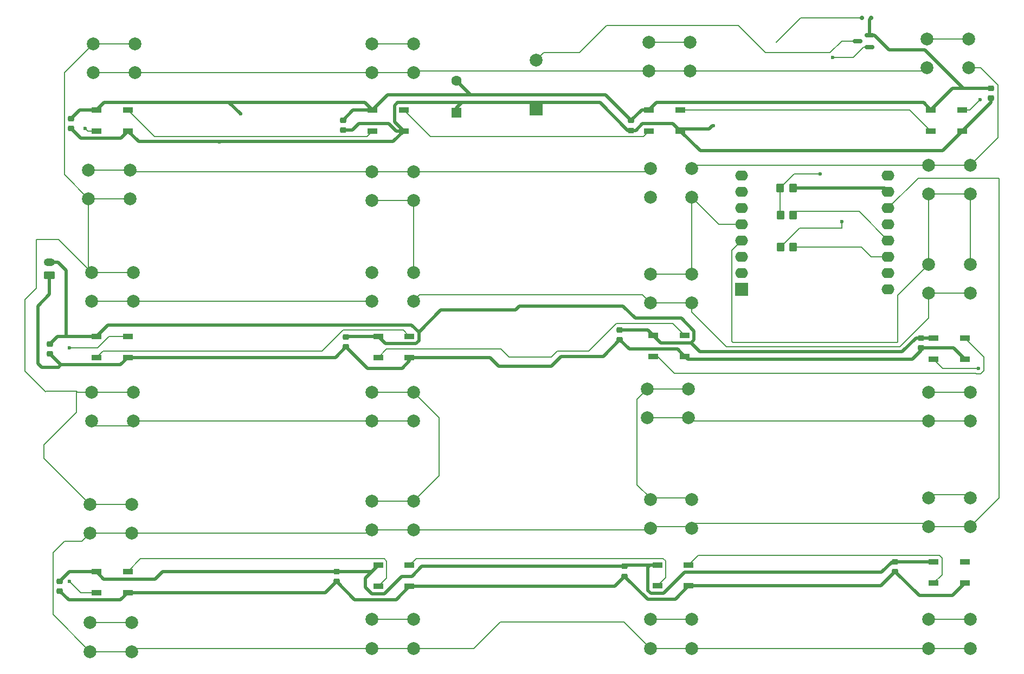
<source format=gbr>
%TF.GenerationSoftware,KiCad,Pcbnew,9.0.3-9.0.3-0~ubuntu24.04.1*%
%TF.CreationDate,2025-09-29T22:24:14+02:00*%
%TF.ProjectId,ColorMemo,436f6c6f-724d-4656-9d6f-2e6b69636164,rev?*%
%TF.SameCoordinates,Original*%
%TF.FileFunction,Copper,L1,Top*%
%TF.FilePolarity,Positive*%
%FSLAX46Y46*%
G04 Gerber Fmt 4.6, Leading zero omitted, Abs format (unit mm)*
G04 Created by KiCad (PCBNEW 9.0.3-9.0.3-0~ubuntu24.04.1) date 2025-09-29 22:24:14*
%MOMM*%
%LPD*%
G01*
G04 APERTURE LIST*
G04 Aperture macros list*
%AMRoundRect*
0 Rectangle with rounded corners*
0 $1 Rounding radius*
0 $2 $3 $4 $5 $6 $7 $8 $9 X,Y pos of 4 corners*
0 Add a 4 corners polygon primitive as box body*
4,1,4,$2,$3,$4,$5,$6,$7,$8,$9,$2,$3,0*
0 Add four circle primitives for the rounded corners*
1,1,$1+$1,$2,$3*
1,1,$1+$1,$4,$5*
1,1,$1+$1,$6,$7*
1,1,$1+$1,$8,$9*
0 Add four rect primitives between the rounded corners*
20,1,$1+$1,$2,$3,$4,$5,0*
20,1,$1+$1,$4,$5,$6,$7,0*
20,1,$1+$1,$6,$7,$8,$9,0*
20,1,$1+$1,$8,$9,$2,$3,0*%
G04 Aperture macros list end*
%TA.AperFunction,ComponentPad*%
%ADD10RoundRect,0.250000X0.625000X-0.350000X0.625000X0.350000X-0.625000X0.350000X-0.625000X-0.350000X0*%
%TD*%
%TA.AperFunction,ComponentPad*%
%ADD11O,1.750000X1.200000*%
%TD*%
%TA.AperFunction,SMDPad,CuDef*%
%ADD12RoundRect,0.090000X0.660000X0.360000X-0.660000X0.360000X-0.660000X-0.360000X0.660000X-0.360000X0*%
%TD*%
%TA.AperFunction,ComponentPad*%
%ADD13C,2.000000*%
%TD*%
%TA.AperFunction,SMDPad,CuDef*%
%ADD14RoundRect,0.225000X0.250000X-0.225000X0.250000X0.225000X-0.250000X0.225000X-0.250000X-0.225000X0*%
%TD*%
%TA.AperFunction,SMDPad,CuDef*%
%ADD15RoundRect,0.250000X-0.350000X-0.450000X0.350000X-0.450000X0.350000X0.450000X-0.350000X0.450000X0*%
%TD*%
%TA.AperFunction,SMDPad,CuDef*%
%ADD16RoundRect,0.150000X0.587500X0.150000X-0.587500X0.150000X-0.587500X-0.150000X0.587500X-0.150000X0*%
%TD*%
%TA.AperFunction,SMDPad,CuDef*%
%ADD17RoundRect,0.150000X0.150000X0.200000X-0.150000X0.200000X-0.150000X-0.200000X0.150000X-0.200000X0*%
%TD*%
%TA.AperFunction,SMDPad,CuDef*%
%ADD18RoundRect,0.250000X0.350000X0.450000X-0.350000X0.450000X-0.350000X-0.450000X0.350000X-0.450000X0*%
%TD*%
%TA.AperFunction,ComponentPad*%
%ADD19R,2.000000X2.000000*%
%TD*%
%TA.AperFunction,ComponentPad*%
%ADD20O,2.000000X1.600000*%
%TD*%
%TA.AperFunction,ComponentPad*%
%ADD21RoundRect,0.250000X0.550000X-0.550000X0.550000X0.550000X-0.550000X0.550000X-0.550000X-0.550000X0*%
%TD*%
%TA.AperFunction,ComponentPad*%
%ADD22C,1.600000*%
%TD*%
%TA.AperFunction,ViaPad*%
%ADD23C,0.600000*%
%TD*%
%TA.AperFunction,Conductor*%
%ADD24C,0.200000*%
%TD*%
%TA.AperFunction,Conductor*%
%ADD25C,0.500000*%
%TD*%
G04 APERTURE END LIST*
D10*
%TO.P,J1,1,Pin_1*%
%TO.N,VCC*%
X52000000Y-90000000D03*
D11*
%TO.P,J1,2,Pin_2*%
%TO.N,GND*%
X52000000Y-88000000D03*
%TD*%
D12*
%TO.P,D10,1,VDD*%
%TO.N,VCC*%
X108250000Y-138600000D03*
%TO.P,D10,2,DOUT*%
%TO.N,Net-(D10-DOUT)*%
X108250000Y-135300000D03*
%TO.P,D10,3,VSS*%
%TO.N,GND*%
X103350000Y-135300000D03*
%TO.P,D10,4,DIN*%
%TO.N,Net-(D10-DIN)*%
X103350000Y-138600000D03*
%TD*%
%TO.P,D7,1,VDD*%
%TO.N,VCC*%
X108250000Y-102850000D03*
%TO.P,D7,2,DOUT*%
%TO.N,Net-(D7-DOUT)*%
X108250000Y-99550000D03*
%TO.P,D7,3,VSS*%
%TO.N,GND*%
X103350000Y-99550000D03*
%TO.P,D7,4,DIN*%
%TO.N,Net-(D6-DOUT)*%
X103350000Y-102850000D03*
%TD*%
D13*
%TO.P,SW16,1,1*%
%TO.N,/MUL_COL_3*%
X189350000Y-108300000D03*
X195850000Y-108300000D03*
%TO.P,SW16,2,2*%
%TO.N,/MUL_ROW_1*%
X189350000Y-112800000D03*
X195850000Y-112800000D03*
%TD*%
D14*
%TO.P,C6,1*%
%TO.N,VCC*%
X141100000Y-100075000D03*
%TO.P,C6,2*%
%TO.N,GND*%
X141100000Y-98525000D03*
%TD*%
D12*
%TO.P,D1,1,VDD*%
%TO.N,VCC*%
X64300000Y-67450000D03*
%TO.P,D1,2,DOUT*%
%TO.N,Net-(D1-DOUT)*%
X64300000Y-64150000D03*
%TO.P,D1,3,VSS*%
%TO.N,GND*%
X59400000Y-64150000D03*
%TO.P,D1,4,DIN*%
%TO.N,Net-(D1-DIN)*%
X59400000Y-67450000D03*
%TD*%
D14*
%TO.P,C5,1*%
%TO.N,VCC*%
X188100000Y-101350000D03*
%TO.P,C5,2*%
%TO.N,GND*%
X188100000Y-99800000D03*
%TD*%
D13*
%TO.P,SW17,1,1*%
%TO.N,/MUL_COL_0*%
X58350000Y-125800000D03*
X64850000Y-125800000D03*
%TO.P,SW17,2,2*%
%TO.N,/MUL_ROW_2*%
X58350000Y-130300000D03*
X64850000Y-130300000D03*
%TD*%
D14*
%TO.P,C4,1*%
%TO.N,VCC*%
X199100000Y-62350000D03*
%TO.P,C4,2*%
%TO.N,GND*%
X199100000Y-60800000D03*
%TD*%
D12*
%TO.P,D9,1,VDD*%
%TO.N,VCC*%
X64250000Y-139600000D03*
%TO.P,D9,2,DOUT*%
%TO.N,Net-(D10-DIN)*%
X64250000Y-136300000D03*
%TO.P,D9,3,VSS*%
%TO.N,GND*%
X59350000Y-136300000D03*
%TO.P,D9,4,DIN*%
%TO.N,Net-(D8-DOUT)*%
X59350000Y-139600000D03*
%TD*%
D13*
%TO.P,SW11,1,1*%
%TO.N,/MUL_COL_1*%
X102350000Y-89550000D03*
X108850000Y-89550000D03*
%TO.P,SW11,2,2*%
%TO.N,/MUL_ROW_1*%
X102350000Y-94050000D03*
X108850000Y-94050000D03*
%TD*%
D15*
%TO.P,R2,1*%
%TO.N,Net-(Q1-G)*%
X166150000Y-76400000D03*
%TO.P,R2,2*%
%TO.N,GND*%
X168150000Y-76400000D03*
%TD*%
D16*
%TO.P,Q1,1,G*%
%TO.N,Net-(Q1-G)*%
X180087500Y-54350000D03*
%TO.P,Q1,2,S*%
%TO.N,GND*%
X180087500Y-52450000D03*
%TO.P,Q1,3,D*%
%TO.N,Net-(BZ1--)*%
X178212500Y-53400000D03*
%TD*%
D13*
%TO.P,SW12,1,1*%
%TO.N,/MUL_COL_1*%
X102350000Y-108300000D03*
X108850000Y-108300000D03*
%TO.P,SW12,2,2*%
%TO.N,/MUL_ROW_1*%
X102350000Y-112800000D03*
X108850000Y-112800000D03*
%TD*%
D12*
%TO.P,D12,1,VDD*%
%TO.N,VCC*%
X195000000Y-138100000D03*
%TO.P,D12,2,DOUT*%
%TO.N,unconnected-(D12-DOUT-Pad2)*%
X195000000Y-134800000D03*
%TO.P,D12,3,VSS*%
%TO.N,GND*%
X190100000Y-134800000D03*
%TO.P,D12,4,DIN*%
%TO.N,Net-(D11-DOUT)*%
X190100000Y-138100000D03*
%TD*%
D13*
%TO.P,SW10,1,1*%
%TO.N,/MUL_COL_0*%
X58600000Y-108300000D03*
X65100000Y-108300000D03*
%TO.P,SW10,2,2*%
%TO.N,/MUL_ROW_1*%
X58600000Y-112800000D03*
X65100000Y-112800000D03*
%TD*%
D12*
%TO.P,D5,1,VDD*%
%TO.N,VCC*%
X195000000Y-103100000D03*
%TO.P,D5,2,DOUT*%
%TO.N,Net-(D5-DOUT)*%
X195000000Y-99800000D03*
%TO.P,D5,3,VSS*%
%TO.N,GND*%
X190100000Y-99800000D03*
%TO.P,D5,4,DIN*%
%TO.N,Net-(D4-DOUT)*%
X190100000Y-103100000D03*
%TD*%
D13*
%TO.P,SW3,1,1*%
%TO.N,/MUL_COL_2*%
X145600000Y-53550000D03*
X152100000Y-53550000D03*
%TO.P,SW3,2,2*%
%TO.N,/MUL_ROW_0*%
X145600000Y-58050000D03*
X152100000Y-58050000D03*
%TD*%
%TO.P,SW15,1,1*%
%TO.N,/MUL_COL_3*%
X189350000Y-88300000D03*
X195850000Y-88300000D03*
%TO.P,SW15,2,2*%
%TO.N,/MUL_ROW_1*%
X189350000Y-92800000D03*
X195850000Y-92800000D03*
%TD*%
%TO.P,SW19,1,1*%
%TO.N,/MUL_COL_1*%
X102350000Y-125300000D03*
X108850000Y-125300000D03*
%TO.P,SW19,2,2*%
%TO.N,/MUL_ROW_2*%
X102350000Y-129800000D03*
X108850000Y-129800000D03*
%TD*%
%TO.P,SW13,1,1*%
%TO.N,/MUL_COL_2*%
X145850000Y-89800000D03*
X152350000Y-89800000D03*
%TO.P,SW13,2,2*%
%TO.N,/MUL_ROW_1*%
X145850000Y-94300000D03*
X152350000Y-94300000D03*
%TD*%
D14*
%TO.P,C8,1*%
%TO.N,VCC*%
X52100000Y-102300000D03*
%TO.P,C8,2*%
%TO.N,GND*%
X52100000Y-100750000D03*
%TD*%
%TO.P,C3,1*%
%TO.N,VCC*%
X142850000Y-67350000D03*
%TO.P,C3,2*%
%TO.N,GND*%
X142850000Y-65800000D03*
%TD*%
%TO.P,C1,1*%
%TO.N,VCC*%
X55350000Y-67075000D03*
%TO.P,C1,2*%
%TO.N,GND*%
X55350000Y-65525000D03*
%TD*%
D13*
%TO.P,SW23,1,1*%
%TO.N,/MUL_COL_3*%
X189350000Y-124800000D03*
X195850000Y-124800000D03*
%TO.P,SW23,2,2*%
%TO.N,/MUL_ROW_2*%
X189350000Y-129300000D03*
X195850000Y-129300000D03*
%TD*%
%TO.P,SW20,1,1*%
%TO.N,/MUL_COL_1*%
X102350000Y-143800000D03*
X108850000Y-143800000D03*
%TO.P,SW20,2,2*%
%TO.N,/MUL_ROW_2*%
X102350000Y-148300000D03*
X108850000Y-148300000D03*
%TD*%
%TO.P,SW22,1,1*%
%TO.N,/MUL_COL_2*%
X145850000Y-143800000D03*
X152350000Y-143800000D03*
%TO.P,SW22,2,2*%
%TO.N,/MUL_ROW_2*%
X145850000Y-148300000D03*
X152350000Y-148300000D03*
%TD*%
D14*
%TO.P,C7,1*%
%TO.N,VCC*%
X98350000Y-101200000D03*
%TO.P,C7,2*%
%TO.N,GND*%
X98350000Y-99650000D03*
%TD*%
D13*
%TO.P,SW14,1,1*%
%TO.N,/MUL_COL_2*%
X145350000Y-107800000D03*
X151850000Y-107800000D03*
%TO.P,SW14,2,2*%
%TO.N,/MUL_ROW_1*%
X145350000Y-112300000D03*
X151850000Y-112300000D03*
%TD*%
D17*
%TO.P,D13,1,K*%
%TO.N,VCC*%
X178950000Y-49800000D03*
%TO.P,D13,2,A*%
%TO.N,GND*%
X180350000Y-49800000D03*
%TD*%
D13*
%TO.P,SW4,1,1*%
%TO.N,/MUL_COL_3*%
X189100000Y-53050000D03*
X195600000Y-53050000D03*
%TO.P,SW4,2,2*%
%TO.N,/MUL_ROW_0*%
X189100000Y-57550000D03*
X195600000Y-57550000D03*
%TD*%
D14*
%TO.P,C12,1*%
%TO.N,VCC*%
X184100000Y-136300000D03*
%TO.P,C12,2*%
%TO.N,GND*%
X184100000Y-134750000D03*
%TD*%
D13*
%TO.P,SW9,1,1*%
%TO.N,/MUL_COL_0*%
X58600000Y-89550000D03*
X65100000Y-89550000D03*
%TO.P,SW9,2,2*%
%TO.N,/MUL_ROW_1*%
X58600000Y-94050000D03*
X65100000Y-94050000D03*
%TD*%
%TO.P,SW5,1,1*%
%TO.N,/MUL_COL_0*%
X64600000Y-78050000D03*
X58100000Y-78050000D03*
%TO.P,SW5,2,2*%
%TO.N,/MUL_ROW_0*%
X64600000Y-73550000D03*
X58100000Y-73550000D03*
%TD*%
D14*
%TO.P,C10,1*%
%TO.N,VCC*%
X96850000Y-137850000D03*
%TO.P,C10,2*%
%TO.N,GND*%
X96850000Y-136300000D03*
%TD*%
D12*
%TO.P,D4,1,VDD*%
%TO.N,VCC*%
X194600000Y-67450000D03*
%TO.P,D4,2,DOUT*%
%TO.N,Net-(D4-DOUT)*%
X194600000Y-64150000D03*
%TO.P,D4,3,VSS*%
%TO.N,GND*%
X189700000Y-64150000D03*
%TO.P,D4,4,DIN*%
%TO.N,Net-(D3-DOUT)*%
X189700000Y-67450000D03*
%TD*%
%TO.P,D11,1,VDD*%
%TO.N,VCC*%
X151850000Y-138550000D03*
%TO.P,D11,2,DOUT*%
%TO.N,Net-(D11-DOUT)*%
X151850000Y-135250000D03*
%TO.P,D11,3,VSS*%
%TO.N,GND*%
X146950000Y-135250000D03*
%TO.P,D11,4,DIN*%
%TO.N,Net-(D10-DOUT)*%
X146950000Y-138550000D03*
%TD*%
D13*
%TO.P,SW2,1,1*%
%TO.N,/MUL_COL_1*%
X102350000Y-53800000D03*
X108850000Y-53800000D03*
%TO.P,SW2,2,2*%
%TO.N,/MUL_ROW_0*%
X102350000Y-58300000D03*
X108850000Y-58300000D03*
%TD*%
D14*
%TO.P,C9,1*%
%TO.N,VCC*%
X53600000Y-139350000D03*
%TO.P,C9,2*%
%TO.N,GND*%
X53600000Y-137800000D03*
%TD*%
D13*
%TO.P,SW24,1,1*%
%TO.N,/MUL_COL_3*%
X189350000Y-143800000D03*
X195850000Y-143800000D03*
%TO.P,SW24,2,2*%
%TO.N,/MUL_ROW_2*%
X189350000Y-148300000D03*
X195850000Y-148300000D03*
%TD*%
%TO.P,SW8,1,1*%
%TO.N,/MUL_COL_3*%
X195850000Y-77300000D03*
X189350000Y-77300000D03*
%TO.P,SW8,2,2*%
%TO.N,/MUL_ROW_0*%
X195850000Y-72800000D03*
X189350000Y-72800000D03*
%TD*%
D15*
%TO.P,R1,1*%
%TO.N,Net-(Q1-G)*%
X166200000Y-80600000D03*
%TO.P,R1,2*%
%TO.N,Net-(U1-SDA{slash}D2)*%
X168200000Y-80600000D03*
%TD*%
D14*
%TO.P,C11,1*%
%TO.N,VCC*%
X141850000Y-137050000D03*
%TO.P,C11,2*%
%TO.N,GND*%
X141850000Y-135500000D03*
%TD*%
D12*
%TO.P,D8,1,VDD*%
%TO.N,VCC*%
X64250000Y-102850000D03*
%TO.P,D8,2,DOUT*%
%TO.N,Net-(D8-DOUT)*%
X64250000Y-99550000D03*
%TO.P,D8,3,VSS*%
%TO.N,GND*%
X59350000Y-99550000D03*
%TO.P,D8,4,DIN*%
%TO.N,Net-(D7-DOUT)*%
X59350000Y-102850000D03*
%TD*%
D13*
%TO.P,SW6,1,1*%
%TO.N,/MUL_COL_1*%
X108850000Y-78300000D03*
X102350000Y-78300000D03*
%TO.P,SW6,2,2*%
%TO.N,/MUL_ROW_0*%
X108850000Y-73800000D03*
X102350000Y-73800000D03*
%TD*%
%TO.P,SW21,1,1*%
%TO.N,/MUL_COL_2*%
X145850000Y-125050000D03*
X152350000Y-125050000D03*
%TO.P,SW21,2,2*%
%TO.N,/MUL_ROW_2*%
X145850000Y-129550000D03*
X152350000Y-129550000D03*
%TD*%
D14*
%TO.P,C2,1*%
%TO.N,VCC*%
X97850000Y-67300000D03*
%TO.P,C2,2*%
%TO.N,GND*%
X97850000Y-65750000D03*
%TD*%
D12*
%TO.P,D3,1,VDD*%
%TO.N,VCC*%
X150550000Y-67450000D03*
%TO.P,D3,2,DOUT*%
%TO.N,Net-(D3-DOUT)*%
X150550000Y-64150000D03*
%TO.P,D3,3,VSS*%
%TO.N,GND*%
X145650000Y-64150000D03*
%TO.P,D3,4,DIN*%
%TO.N,Net-(D2-DOUT)*%
X145650000Y-67450000D03*
%TD*%
D13*
%TO.P,SW7,1,1*%
%TO.N,/MUL_COL_2*%
X152350000Y-77800000D03*
X145850000Y-77800000D03*
%TO.P,SW7,2,2*%
%TO.N,/MUL_ROW_0*%
X152350000Y-73300000D03*
X145850000Y-73300000D03*
%TD*%
D12*
%TO.P,D6,1,VDD*%
%TO.N,VCC*%
X151250000Y-102700000D03*
%TO.P,D6,2,DOUT*%
%TO.N,Net-(D6-DOUT)*%
X151250000Y-99400000D03*
%TO.P,D6,3,VSS*%
%TO.N,GND*%
X146350000Y-99400000D03*
%TO.P,D6,4,DIN*%
%TO.N,Net-(D5-DOUT)*%
X146350000Y-102700000D03*
%TD*%
D13*
%TO.P,SW18,1,1*%
%TO.N,/MUL_COL_0*%
X58350000Y-144300000D03*
X64850000Y-144300000D03*
%TO.P,SW18,2,2*%
%TO.N,/MUL_ROW_2*%
X58350000Y-148800000D03*
X64850000Y-148800000D03*
%TD*%
%TO.P,SW1,1,1*%
%TO.N,/MUL_COL_0*%
X58850000Y-53800000D03*
X65350000Y-53800000D03*
%TO.P,SW1,2,2*%
%TO.N,/MUL_ROW_0*%
X58850000Y-58300000D03*
X65350000Y-58300000D03*
%TD*%
D18*
%TO.P,R3,1*%
%TO.N,Net-(U1-SCL{slash}D1)*%
X168200000Y-85600000D03*
%TO.P,R3,2*%
%TO.N,Net-(D1-DIN)*%
X166200000Y-85600000D03*
%TD*%
D12*
%TO.P,D2,1,VDD*%
%TO.N,VCC*%
X107350000Y-67450000D03*
%TO.P,D2,2,DOUT*%
%TO.N,Net-(D2-DOUT)*%
X107350000Y-64150000D03*
%TO.P,D2,3,VSS*%
%TO.N,GND*%
X102450000Y-64150000D03*
%TO.P,D2,4,DIN*%
%TO.N,Net-(D1-DOUT)*%
X102450000Y-67450000D03*
%TD*%
D19*
%TO.P,U1,1,~{RST}*%
%TO.N,unconnected-(U1-~{RST}-Pad1)*%
X160155000Y-92190000D03*
D20*
%TO.P,U1,2,A0*%
%TO.N,unconnected-(U1-A0-Pad2)*%
X160155000Y-89650000D03*
%TO.P,U1,3,D0*%
%TO.N,/MUL_COL_0*%
X160155000Y-87110000D03*
%TO.P,U1,4,SCK/D5*%
%TO.N,/MUL_COL_3*%
X160155000Y-84570000D03*
%TO.P,U1,5,MISO/D6*%
%TO.N,/MUL_COL_2*%
X160155000Y-82030000D03*
%TO.P,U1,6,MOSI/D7*%
%TO.N,/MUL_COL_1*%
X160155000Y-79490000D03*
%TO.P,U1,7,CS/D8*%
%TO.N,/MUL_ROW_0*%
X160155000Y-76950000D03*
%TO.P,U1,8,3V3*%
%TO.N,VDD*%
X160155000Y-74410000D03*
%TO.P,U1,9,5V*%
%TO.N,VCC*%
X183015000Y-74410000D03*
%TO.P,U1,10,GND*%
%TO.N,GND*%
X183015000Y-76950000D03*
%TO.P,U1,11,D4*%
%TO.N,/MUL_ROW_2*%
X183015000Y-79490000D03*
%TO.P,U1,12,D3*%
%TO.N,/MUL_ROW_1*%
X183015000Y-82030000D03*
%TO.P,U1,13,SDA/D2*%
%TO.N,Net-(U1-SDA{slash}D2)*%
X183015000Y-84570000D03*
%TO.P,U1,14,SCL/D1*%
%TO.N,Net-(U1-SCL{slash}D1)*%
X183015000Y-87110000D03*
%TO.P,U1,15,RX*%
%TO.N,unconnected-(U1-RX-Pad15)*%
X183015000Y-89650000D03*
%TO.P,U1,16,TX*%
%TO.N,unconnected-(U1-TX-Pad16)*%
X183015000Y-92190000D03*
%TD*%
D19*
%TO.P,BZ1,1,+*%
%TO.N,VCC*%
X128000000Y-64000000D03*
D13*
%TO.P,BZ1,2,-*%
%TO.N,Net-(BZ1--)*%
X128000000Y-56400000D03*
%TD*%
D21*
%TO.P,C13,1*%
%TO.N,VCC*%
X115600000Y-64600000D03*
D22*
%TO.P,C13,2*%
%TO.N,GND*%
X115600000Y-59600000D03*
%TD*%
D23*
%TO.N,VCC*%
X78600000Y-69151000D03*
X155750000Y-66600000D03*
X78600000Y-139600000D03*
X79350000Y-102850000D03*
X183600000Y-70550000D03*
%TO.N,Net-(D1-DIN)*%
X175800000Y-81600000D03*
X57600000Y-67050000D03*
%TO.N,GND*%
X81850000Y-64800000D03*
X180100000Y-62999000D03*
X80600000Y-136300000D03*
X82100000Y-97800000D03*
%TO.N,Net-(D4-DOUT)*%
X197350000Y-62550000D03*
X197100000Y-104550000D03*
%TO.N,Net-(D8-DOUT)*%
X55100000Y-137800000D03*
X55100000Y-101300000D03*
%TO.N,Net-(Q1-G)*%
X172350000Y-74200000D03*
X174350000Y-56000000D03*
%TD*%
D24*
%TO.N,/MUL_COL_0*%
X58600000Y-89550000D02*
X53450000Y-84400000D01*
X53450000Y-84400000D02*
X50000000Y-84400000D01*
X48200000Y-105000000D02*
X51400000Y-108200000D01*
X50000000Y-84400000D02*
X50000000Y-92000000D01*
X50000000Y-92000000D02*
X48200000Y-93800000D01*
X51467894Y-108132106D02*
X56267894Y-108132106D01*
X48200000Y-93800000D02*
X48200000Y-105000000D01*
X51400000Y-108200000D02*
X51467894Y-108132106D01*
D25*
%TO.N,VCC*%
X53801000Y-104001000D02*
X53402000Y-104400000D01*
X53402000Y-104400000D02*
X50800000Y-104400000D01*
X50800000Y-104400000D02*
X50200000Y-103800000D01*
X50200000Y-103800000D02*
X50200000Y-94800000D01*
X50200000Y-94800000D02*
X52000000Y-93000000D01*
X52000000Y-93000000D02*
X52000000Y-90000000D01*
%TO.N,GND*%
X59350000Y-99550000D02*
X54600000Y-99550000D01*
X52000000Y-88000000D02*
X53375000Y-88000000D01*
X53375000Y-88000000D02*
X54600000Y-89225000D01*
X54600000Y-89225000D02*
X54600000Y-99550000D01*
%TO.N,VCC*%
X65952000Y-69102000D02*
X105698000Y-69102000D01*
X193250000Y-101350000D02*
X195000000Y-103100000D01*
X150225000Y-67125000D02*
X149399000Y-66299000D01*
X107350000Y-67450000D02*
X105899000Y-65999000D01*
X186750001Y-103149999D02*
X151699999Y-103149999D01*
X155550000Y-66600000D02*
X155750000Y-66600000D01*
X138024000Y-62999000D02*
X142375000Y-67350000D01*
X142375000Y-67350000D02*
X142850000Y-67350000D01*
X116400000Y-62999000D02*
X128600000Y-62999000D01*
X108250000Y-103400000D02*
X108250000Y-102850000D01*
X149748000Y-140652000D02*
X145452000Y-140652000D01*
X107100000Y-104550000D02*
X108250000Y-103400000D01*
X186750001Y-103149999D02*
X188100000Y-101800000D01*
X105004082Y-66299000D02*
X106155082Y-67450000D01*
X64250000Y-102850000D02*
X63099000Y-104001000D01*
X96700000Y-102850000D02*
X98350000Y-101200000D01*
X64250000Y-102850000D02*
X79350000Y-102850000D01*
X55001000Y-140751000D02*
X63099000Y-140751000D01*
X108250000Y-138600000D02*
X140300000Y-138600000D01*
X183600000Y-70550000D02*
X153650000Y-70550000D01*
X142574000Y-101549000D02*
X141100000Y-100075000D01*
X99702000Y-140702000D02*
X96850000Y-137850000D01*
X151850000Y-138550000D02*
X149748000Y-140652000D01*
X96850000Y-137850000D02*
X95100000Y-139600000D01*
X191500000Y-70550000D02*
X183600000Y-70550000D01*
X63149000Y-68601000D02*
X56876000Y-68601000D01*
X145452000Y-140652000D02*
X141850000Y-137050000D01*
X79350000Y-102850000D02*
X96700000Y-102850000D01*
D24*
X169350000Y-49800000D02*
X165550000Y-53600000D01*
D25*
X188100000Y-101800000D02*
X188100000Y-101350000D01*
X150099000Y-101549000D02*
X142574000Y-101549000D01*
X187850000Y-140050000D02*
X184100000Y-136300000D01*
X151850000Y-138550000D02*
X181850000Y-138550000D01*
X128600000Y-63400000D02*
X128000000Y-64000000D01*
X153650000Y-70550000D02*
X150550000Y-67450000D01*
X95100000Y-139600000D02*
X78600000Y-139600000D01*
X193050000Y-140050000D02*
X187850000Y-140050000D01*
X188100000Y-101350000D02*
X193250000Y-101350000D01*
D24*
X178950000Y-49800000D02*
X169350000Y-49800000D01*
D25*
X140300000Y-138600000D02*
X141850000Y-137050000D01*
X64250000Y-139600000D02*
X78600000Y-139600000D01*
X143608864Y-67350000D02*
X142850000Y-67350000D01*
X108250000Y-138600000D02*
X106148000Y-140702000D01*
X150225000Y-67125000D02*
X155025000Y-67125000D01*
X195000000Y-138100000D02*
X193050000Y-140050000D01*
X151699999Y-103149999D02*
X151250000Y-102700000D01*
X106148000Y-140702000D02*
X99702000Y-140702000D01*
X64300000Y-67450000D02*
X65952000Y-69102000D01*
X181850000Y-138550000D02*
X184100000Y-136300000D01*
X115600000Y-64600000D02*
X115600000Y-63799000D01*
X64300000Y-67450000D02*
X63149000Y-68601000D01*
X106155082Y-67450000D02*
X107350000Y-67450000D01*
X106359864Y-62999000D02*
X116400000Y-62999000D01*
X105899000Y-63459864D02*
X106359864Y-62999000D01*
X151250000Y-102700000D02*
X150099000Y-101549000D01*
X199100000Y-62950000D02*
X194600000Y-67450000D01*
X144659864Y-66299000D02*
X143608864Y-67350000D01*
X53600000Y-139350000D02*
X55001000Y-140751000D01*
X63099000Y-104001000D02*
X53801000Y-104001000D01*
X99350000Y-67300000D02*
X100351000Y-66299000D01*
X128600000Y-62999000D02*
X138024000Y-62999000D01*
X130400000Y-104200000D02*
X122200000Y-104200000D01*
X141100000Y-100075000D02*
X138487500Y-102687500D01*
X105698000Y-69102000D02*
X107350000Y-67450000D01*
X101700000Y-104550000D02*
X107100000Y-104550000D01*
X63099000Y-140751000D02*
X64250000Y-139600000D01*
X194600000Y-67450000D02*
X191500000Y-70550000D01*
X120850000Y-102850000D02*
X108250000Y-102850000D01*
X155025000Y-67125000D02*
X155550000Y-66600000D01*
X199100000Y-62350000D02*
X199100000Y-62950000D01*
X138487500Y-102687500D02*
X131912500Y-102687500D01*
X100351000Y-66299000D02*
X105004082Y-66299000D01*
X131912500Y-102687500D02*
X130400000Y-104200000D01*
X53801000Y-104001000D02*
X52100000Y-102300000D01*
X105899000Y-65999000D02*
X105899000Y-63459864D01*
X97850000Y-67300000D02*
X99350000Y-67300000D01*
X56876000Y-68601000D02*
X55350000Y-67075000D01*
X128600000Y-62999000D02*
X128600000Y-63400000D01*
X122200000Y-104200000D02*
X120850000Y-102850000D01*
X149399000Y-66299000D02*
X144659864Y-66299000D01*
X150550000Y-67450000D02*
X150225000Y-67125000D01*
X115600000Y-63799000D02*
X116400000Y-62999000D01*
X98350000Y-101200000D02*
X101700000Y-104550000D01*
D24*
%TO.N,Net-(D1-DIN)*%
X59400000Y-67450000D02*
X58000000Y-67450000D01*
X169200000Y-82600000D02*
X175800000Y-82600000D01*
X166200000Y-85600000D02*
X169200000Y-82600000D01*
X58000000Y-67450000D02*
X57600000Y-67050000D01*
X175800000Y-82600000D02*
X175800000Y-81600000D01*
D25*
%TO.N,GND*%
X55100000Y-136300000D02*
X53600000Y-137800000D01*
X118600000Y-61800000D02*
X104800000Y-61800000D01*
X185209000Y-101941000D02*
X153630136Y-101941000D01*
X152701000Y-100090136D02*
X152240136Y-100551000D01*
X145959864Y-139701000D02*
X145499000Y-139240136D01*
X193050000Y-60800000D02*
X199100000Y-60800000D01*
X187350000Y-99800000D02*
X185209000Y-101941000D01*
X180087500Y-52450000D02*
X180087500Y-50062500D01*
X190100000Y-99800000D02*
X188100000Y-99800000D01*
X102450000Y-64150000D02*
X99450000Y-64150000D01*
X96850000Y-136300000D02*
X97350000Y-136300000D01*
X138850000Y-61800000D02*
X118600000Y-61800000D01*
X141600000Y-94800000D02*
X143523000Y-96723000D01*
X189700000Y-64150000D02*
X188549000Y-62999000D01*
X147940136Y-139701000D02*
X145959864Y-139701000D01*
X194755578Y-60800000D02*
X188706578Y-54751000D01*
X104340136Y-139751000D02*
X102359864Y-139751000D01*
X188706578Y-54751000D02*
X183125999Y-54751000D01*
X180824999Y-52450000D02*
X180087500Y-52450000D01*
X199100000Y-60800000D02*
X194755578Y-60800000D01*
X188549000Y-62999000D02*
X180100000Y-62999000D01*
X152701000Y-98709864D02*
X152701000Y-100090136D01*
X146350000Y-99400000D02*
X147501000Y-100551000D01*
X168150000Y-76400000D02*
X182465000Y-76400000D01*
X142850000Y-65800000D02*
X138850000Y-61800000D01*
X124800000Y-95400000D02*
X125400000Y-94800000D01*
X141850000Y-135500000D02*
X110191136Y-135500000D01*
X145475000Y-98525000D02*
X141100000Y-98525000D01*
X109701000Y-98859864D02*
X113160864Y-95400000D01*
X61152000Y-97748000D02*
X108589136Y-97748000D01*
X146950000Y-135250000D02*
X145850000Y-135250000D01*
X190100000Y-134800000D02*
X184150000Y-134800000D01*
X60551000Y-62999000D02*
X79600000Y-62999000D01*
X184150000Y-134800000D02*
X184100000Y-134750000D01*
X97350000Y-136300000D02*
X80600000Y-136300000D01*
X101299000Y-62999000D02*
X102450000Y-64150000D01*
X117800000Y-61800000D02*
X115600000Y-59600000D01*
X68540136Y-137451000D02*
X60501000Y-137451000D01*
X102359864Y-139751000D02*
X101350000Y-138741136D01*
X145499000Y-135601000D02*
X145850000Y-135250000D01*
X56725000Y-64150000D02*
X55350000Y-65525000D01*
X59400000Y-64150000D02*
X60551000Y-62999000D01*
X146350000Y-99400000D02*
X145475000Y-98525000D01*
X188100000Y-99800000D02*
X187350000Y-99800000D01*
X189700000Y-64150000D02*
X193050000Y-60800000D01*
X108641136Y-137050000D02*
X107041136Y-137050000D01*
X147501000Y-100551000D02*
X152240136Y-100551000D01*
X79600000Y-62999000D02*
X101299000Y-62999000D01*
X69691136Y-136300000D02*
X68540136Y-137451000D01*
X80049000Y-62999000D02*
X81850000Y-64800000D01*
X125400000Y-94800000D02*
X141600000Y-94800000D01*
X146801000Y-62999000D02*
X145650000Y-64150000D01*
X59400000Y-64150000D02*
X56725000Y-64150000D01*
X97350000Y-136300000D02*
X102350000Y-136300000D01*
X109701000Y-100240136D02*
X109240136Y-100701000D01*
X79600000Y-62999000D02*
X80049000Y-62999000D01*
X101350000Y-138741136D02*
X101350000Y-137300000D01*
X103350000Y-99550000D02*
X98450000Y-99550000D01*
X104501000Y-100701000D02*
X103350000Y-99550000D01*
X144500000Y-64150000D02*
X142850000Y-65800000D01*
X145650000Y-64150000D02*
X144500000Y-64150000D01*
X150714136Y-96723000D02*
X152701000Y-98709864D01*
X99450000Y-64150000D02*
X97850000Y-65750000D01*
X153630136Y-101941000D02*
X152240136Y-100551000D01*
X145850000Y-135250000D02*
X142100000Y-135250000D01*
X80600000Y-136300000D02*
X69691136Y-136300000D01*
X142100000Y-135250000D02*
X141850000Y-135500000D01*
X181999000Y-136401000D02*
X151240136Y-136401000D01*
X180100000Y-62999000D02*
X146801000Y-62999000D01*
X53300000Y-99550000D02*
X52100000Y-100750000D01*
X59350000Y-136300000D02*
X55100000Y-136300000D01*
X145499000Y-139240136D02*
X145499000Y-135601000D01*
X54600000Y-99550000D02*
X53300000Y-99550000D01*
X98450000Y-99550000D02*
X98350000Y-99650000D01*
X183650000Y-134750000D02*
X181999000Y-136401000D01*
X118600000Y-61800000D02*
X117800000Y-61800000D01*
X184100000Y-134750000D02*
X183650000Y-134750000D01*
X113160864Y-95400000D02*
X124800000Y-95400000D01*
X143523000Y-96723000D02*
X150714136Y-96723000D01*
X101350000Y-137300000D02*
X103350000Y-135300000D01*
X107041136Y-137050000D02*
X104340136Y-139751000D01*
X180087500Y-50062500D02*
X180350000Y-49800000D01*
X109240136Y-100701000D02*
X104501000Y-100701000D01*
X108589136Y-97748000D02*
X109701000Y-98859864D01*
X182465000Y-76400000D02*
X183015000Y-76950000D01*
X60501000Y-137451000D02*
X59350000Y-136300000D01*
X109701000Y-98859864D02*
X109701000Y-100240136D01*
X104800000Y-61800000D02*
X102450000Y-64150000D01*
X151240136Y-136401000D02*
X147940136Y-139701000D01*
X102350000Y-136300000D02*
X103350000Y-135300000D01*
X59350000Y-99550000D02*
X61152000Y-97748000D01*
X183125999Y-54751000D02*
X180824999Y-52450000D01*
X110191136Y-135500000D02*
X108641136Y-137050000D01*
D24*
%TO.N,Net-(D3-DOUT)*%
X186400000Y-64150000D02*
X189700000Y-67450000D01*
X150550000Y-64150000D02*
X186400000Y-64150000D01*
%TO.N,Net-(D4-DOUT)*%
X190100000Y-103100000D02*
X191550000Y-104550000D01*
X195750000Y-64150000D02*
X197350000Y-62550000D01*
X194600000Y-64150000D02*
X195750000Y-64150000D01*
X191550000Y-104550000D02*
X197100000Y-104550000D01*
%TO.N,Net-(D5-DOUT)*%
X196673918Y-105326000D02*
X149627000Y-105326000D01*
X149627000Y-105326000D02*
X147001000Y-102700000D01*
X195000000Y-99800000D02*
X197950000Y-102750000D01*
X197452082Y-105400000D02*
X196747918Y-105400000D01*
X197950000Y-102750000D02*
X197950000Y-104902082D01*
X196747918Y-105400000D02*
X196673918Y-105326000D01*
X197950000Y-104902082D02*
X197452082Y-105400000D01*
%TO.N,Net-(D7-DOUT)*%
X94572336Y-101849000D02*
X97872336Y-98549000D01*
X107249000Y-98549000D02*
X108250000Y-99550000D01*
X60351000Y-101849000D02*
X94572336Y-101849000D01*
X59350000Y-102850000D02*
X60351000Y-101849000D01*
X97872336Y-98549000D02*
X107249000Y-98549000D01*
%TO.N,Net-(D10-DOUT)*%
X148251000Y-137249000D02*
X146950000Y-138550000D01*
X148251000Y-134621996D02*
X148251000Y-137249000D01*
X108250000Y-135300000D02*
X109301000Y-134249000D01*
X109301000Y-134249000D02*
X147878004Y-134249000D01*
X147878004Y-134249000D02*
X148251000Y-134621996D01*
%TO.N,Net-(D10-DIN)*%
X104278004Y-134299000D02*
X104651000Y-134671996D01*
X66251000Y-134299000D02*
X104278004Y-134299000D01*
X104651000Y-137299000D02*
X103350000Y-138600000D01*
X64250000Y-136300000D02*
X66251000Y-134299000D01*
X104651000Y-134671996D02*
X104651000Y-137299000D01*
%TO.N,Net-(D11-DOUT)*%
X153351000Y-133749000D02*
X190978004Y-133749000D01*
X191401000Y-136799000D02*
X190100000Y-138100000D01*
X190978004Y-133749000D02*
X191401000Y-134171996D01*
X151850000Y-135250000D02*
X153351000Y-133749000D01*
X191401000Y-134171996D02*
X191401000Y-136799000D01*
%TO.N,Net-(BZ1--)*%
X134800000Y-55200000D02*
X139000000Y-51000000D01*
X128000000Y-56400000D02*
X129200000Y-55200000D01*
X139000000Y-51000000D02*
X159600000Y-51000000D01*
X175746504Y-53400000D02*
X178212500Y-53400000D01*
X129200000Y-55200000D02*
X134800000Y-55200000D01*
X159600000Y-51000000D02*
X163800000Y-55200000D01*
X173946504Y-55200000D02*
X175746504Y-53400000D01*
X163800000Y-55200000D02*
X173946504Y-55200000D01*
%TO.N,/MUL_ROW_2*%
X58350000Y-130300000D02*
X57100000Y-131550000D01*
X52574000Y-143024000D02*
X52574000Y-133326000D01*
X189350000Y-148300000D02*
X195850000Y-148300000D01*
X64850000Y-130300000D02*
X101850000Y-130300000D01*
X102350000Y-148300000D02*
X108850000Y-148300000D01*
X145350000Y-129800000D02*
X145850000Y-129300000D01*
X189350000Y-129300000D02*
X195850000Y-129300000D01*
X52574000Y-133326000D02*
X54350000Y-131550000D01*
X189350000Y-128800000D02*
X152850000Y-128800000D01*
X189350000Y-148300000D02*
X152350000Y-148300000D01*
X57100000Y-131550000D02*
X54350000Y-131550000D01*
X183015000Y-79490000D02*
X187705000Y-74800000D01*
X145850000Y-148300000D02*
X152350000Y-148300000D01*
X145850000Y-129300000D02*
X152350000Y-129300000D01*
X64850000Y-148800000D02*
X59001000Y-148800000D01*
X58350000Y-130300000D02*
X64850000Y-130300000D01*
X65350000Y-148300000D02*
X64850000Y-148800000D01*
X58350000Y-148800000D02*
X52574000Y-143024000D01*
X102350000Y-129800000D02*
X108850000Y-129800000D01*
X152850000Y-128800000D02*
X152350000Y-129300000D01*
X122400000Y-144200000D02*
X141750000Y-144200000D01*
X141750000Y-144200000D02*
X145850000Y-148300000D01*
X118300000Y-148300000D02*
X122400000Y-144200000D01*
X108850000Y-148300000D02*
X118300000Y-148300000D01*
X101850000Y-130300000D02*
X102350000Y-129800000D01*
X108850000Y-129800000D02*
X145350000Y-129800000D01*
X200350000Y-124800000D02*
X195850000Y-129300000D01*
X102350000Y-148300000D02*
X65350000Y-148300000D01*
X200350000Y-74800000D02*
X200350000Y-124800000D01*
X187705000Y-74800000D02*
X200350000Y-74800000D01*
%TO.N,/MUL_ROW_1*%
X145850000Y-94300000D02*
X152350000Y-94300000D01*
X152350000Y-94300000D02*
X152350000Y-95714213D01*
X102350000Y-112800000D02*
X65850000Y-112800000D01*
X65100000Y-94050000D02*
X102350000Y-94050000D01*
X195850000Y-112800000D02*
X189350000Y-112800000D01*
X152350000Y-95714213D02*
X157776787Y-101141000D01*
X102350000Y-112800000D02*
X108850000Y-112800000D01*
X58600000Y-113550000D02*
X65100000Y-113550000D01*
X152350000Y-112800000D02*
X151850000Y-112300000D01*
X144600000Y-93050000D02*
X145850000Y-94300000D01*
X189350000Y-112800000D02*
X152350000Y-112800000D01*
X189350000Y-96668630D02*
X189350000Y-92800000D01*
X109850000Y-93050000D02*
X144600000Y-93050000D01*
X108850000Y-94050000D02*
X109850000Y-93050000D01*
X151850000Y-112300000D02*
X145350000Y-112300000D01*
X184877630Y-101141000D02*
X189350000Y-96668630D01*
X157776787Y-101141000D02*
X184877630Y-101141000D01*
X195850000Y-92800000D02*
X189350000Y-92800000D01*
X65850000Y-112800000D02*
X65100000Y-113550000D01*
X65100000Y-94050000D02*
X58600000Y-94050000D01*
%TO.N,/MUL_COL_1*%
X108850000Y-89550000D02*
X108850000Y-78300000D01*
X108850000Y-108300000D02*
X102350000Y-108300000D01*
X108850000Y-143800000D02*
X102350000Y-143800000D01*
X108850000Y-125300000D02*
X102350000Y-125300000D01*
X108850000Y-125300000D02*
X112850000Y-121300000D01*
X102350000Y-53800000D02*
X108850000Y-53800000D01*
X112850000Y-121300000D02*
X112850000Y-112300000D01*
X112850000Y-112300000D02*
X108850000Y-108300000D01*
X108850000Y-78300000D02*
X102350000Y-78300000D01*
%TO.N,/MUL_COL_2*%
X156580000Y-82030000D02*
X152350000Y-77800000D01*
X145350000Y-107800000D02*
X143799000Y-109351000D01*
X152350000Y-89800000D02*
X152350000Y-77800000D01*
X152350000Y-89800000D02*
X145850000Y-89800000D01*
X160155000Y-82030000D02*
X156580000Y-82030000D01*
X145600000Y-53550000D02*
X152100000Y-53550000D01*
X152350000Y-124800000D02*
X145850000Y-124800000D01*
X152350000Y-143800000D02*
X145850000Y-143800000D01*
X143799000Y-122749000D02*
X145850000Y-124800000D01*
X145350000Y-107800000D02*
X151850000Y-107800000D01*
X143799000Y-109351000D02*
X143799000Y-122749000D01*
%TO.N,/MUL_COL_0*%
X56267894Y-111382106D02*
X56267894Y-108132106D01*
X64850000Y-125800000D02*
X58350000Y-125800000D01*
X51126000Y-118576000D02*
X51126000Y-116524000D01*
X58600000Y-89550000D02*
X65100000Y-89550000D01*
X58100000Y-89050000D02*
X58600000Y-89550000D01*
X58600000Y-108300000D02*
X56435787Y-108300000D01*
X58350000Y-125800000D02*
X51126000Y-118576000D01*
X51126000Y-116524000D02*
X56267894Y-111382106D01*
X54324000Y-58326000D02*
X58850000Y-53800000D01*
X58850000Y-53800000D02*
X65350000Y-53800000D01*
X58600000Y-108300000D02*
X65100000Y-108300000D01*
X58100000Y-78050000D02*
X58100000Y-89050000D01*
X54324000Y-74274000D02*
X54324000Y-58326000D01*
X58100000Y-78050000D02*
X54324000Y-74274000D01*
X58350000Y-144300000D02*
X64850000Y-144300000D01*
X58100000Y-78050000D02*
X64600000Y-78050000D01*
X56435787Y-108300000D02*
X56267894Y-108132106D01*
%TO.N,/MUL_COL_3*%
X189350000Y-88300000D02*
X184506000Y-93144000D01*
X184506000Y-100431836D02*
X184446836Y-100491000D01*
X158604000Y-100331836D02*
X158604000Y-86121000D01*
X195850000Y-108300000D02*
X189350000Y-108300000D01*
X195850000Y-88300000D02*
X195850000Y-77300000D01*
X189350000Y-77300000D02*
X195850000Y-77300000D01*
X158763164Y-100491000D02*
X158604000Y-100331836D01*
X184506000Y-93144000D02*
X184506000Y-100431836D01*
X189100000Y-53050000D02*
X195600000Y-53050000D01*
X184446836Y-100491000D02*
X158763164Y-100491000D01*
X158604000Y-86121000D02*
X160155000Y-84570000D01*
X189350000Y-88300000D02*
X189350000Y-77300000D01*
X195850000Y-143800000D02*
X189350000Y-143800000D01*
X189350000Y-124300000D02*
X195850000Y-124300000D01*
%TO.N,/MUL_ROW_0*%
X102350000Y-58300000D02*
X65350000Y-58300000D01*
X189350000Y-72800000D02*
X195850000Y-72800000D01*
X200126000Y-68524000D02*
X200126000Y-60249336D01*
X152100000Y-58050000D02*
X145600000Y-58050000D01*
X108850000Y-73800000D02*
X145350000Y-73800000D01*
X109100000Y-58050000D02*
X108850000Y-58300000D01*
X58850000Y-58300000D02*
X65350000Y-58300000D01*
X197426664Y-57550000D02*
X195600000Y-57550000D01*
X188600000Y-58050000D02*
X189100000Y-57550000D01*
X108850000Y-58300000D02*
X102350000Y-58300000D01*
X145600000Y-58050000D02*
X109100000Y-58050000D01*
X200126000Y-60249336D02*
X197426664Y-57550000D01*
X102350000Y-73800000D02*
X64850000Y-73800000D01*
X152350000Y-73300000D02*
X152850000Y-72800000D01*
X195850000Y-72800000D02*
X200126000Y-68524000D01*
X145350000Y-73800000D02*
X145850000Y-73300000D01*
X58100000Y-73550000D02*
X64600000Y-73550000D01*
X108850000Y-73800000D02*
X102350000Y-73800000D01*
X64850000Y-73800000D02*
X64600000Y-73550000D01*
X152850000Y-72800000D02*
X189350000Y-72800000D01*
X152100000Y-58050000D02*
X188600000Y-58050000D01*
%TO.N,Net-(D8-DOUT)*%
X59350000Y-139600000D02*
X56900000Y-139600000D01*
X59529004Y-101300000D02*
X55100000Y-101300000D01*
X64250000Y-99550000D02*
X61279004Y-99550000D01*
X61279004Y-99550000D02*
X59529004Y-101300000D01*
X56900000Y-139600000D02*
X55100000Y-137800000D01*
%TO.N,Net-(D6-DOUT)*%
X136197336Y-101849000D02*
X131351000Y-101849000D01*
X151250000Y-99400000D02*
X149374000Y-97524000D01*
X131351000Y-101849000D02*
X130400000Y-102800000D01*
X149374000Y-97524000D02*
X140522336Y-97524000D01*
X140522336Y-97524000D02*
X136197336Y-101849000D01*
X122501000Y-101501000D02*
X104699000Y-101501000D01*
X130400000Y-102800000D02*
X123800000Y-102800000D01*
X123800000Y-102800000D02*
X122501000Y-101501000D01*
X104699000Y-101501000D02*
X103350000Y-102850000D01*
%TO.N,Net-(D1-DOUT)*%
X101599000Y-68301000D02*
X102450000Y-67450000D01*
X68451000Y-68301000D02*
X101599000Y-68301000D01*
X64300000Y-64150000D02*
X68451000Y-68301000D01*
%TO.N,Net-(D2-DOUT)*%
X111551000Y-68351000D02*
X144749000Y-68351000D01*
X144749000Y-68351000D02*
X145650000Y-67450000D01*
X107350000Y-64150000D02*
X111551000Y-68351000D01*
%TO.N,Net-(Q1-G)*%
X168350000Y-74200000D02*
X172350000Y-74200000D01*
X166150000Y-76400000D02*
X166150000Y-80000000D01*
X174350000Y-56000000D02*
X177550000Y-56000000D01*
X179200000Y-54350000D02*
X180087500Y-54350000D01*
X166150000Y-76400000D02*
X168350000Y-74200000D01*
X177550000Y-56000000D02*
X179200000Y-54350000D01*
%TO.N,Net-(U1-SDA{slash}D2)*%
X168150000Y-80000000D02*
X178445000Y-80000000D01*
X178445000Y-80000000D02*
X183015000Y-84570000D01*
%TO.N,Net-(U1-SCL{slash}D1)*%
X168200000Y-85600000D02*
X178800000Y-85600000D01*
X178800000Y-85600000D02*
X180310000Y-87110000D01*
X180310000Y-87110000D02*
X183015000Y-87110000D01*
%TD*%
M02*

</source>
